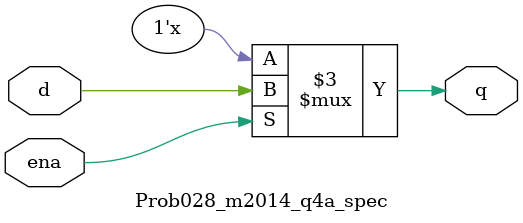
<source format=v>
module Prob028_m2014_q4a_spec(input [0:0] d, input [0:0] ena, output reg [0:0] q);
    always @(*) begin
        if (ena) begin
            q = d;
        end
    end
endmodule

</source>
